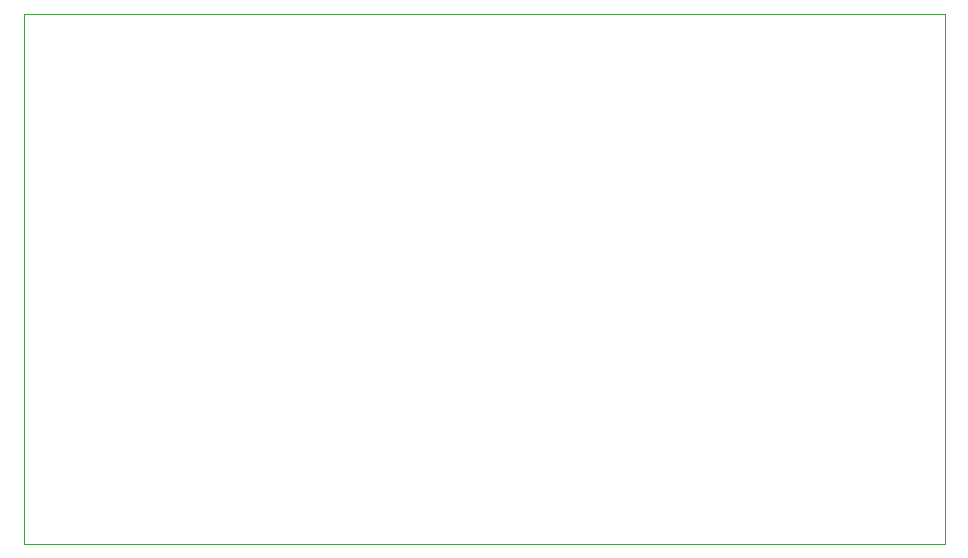
<source format=gbr>
%TF.GenerationSoftware,KiCad,Pcbnew,6.0.9-8da3e8f707~116~ubuntu22.04.1*%
%TF.CreationDate,2022-11-17T13:26:58-05:00*%
%TF.ProjectId,can-crusher-pi-hat,63616e2d-6372-4757-9368-65722d70692d,rev?*%
%TF.SameCoordinates,Original*%
%TF.FileFunction,Profile,NP*%
%FSLAX46Y46*%
G04 Gerber Fmt 4.6, Leading zero omitted, Abs format (unit mm)*
G04 Created by KiCad (PCBNEW 6.0.9-8da3e8f707~116~ubuntu22.04.1) date 2022-11-17 13:26:58*
%MOMM*%
%LPD*%
G01*
G04 APERTURE LIST*
%TA.AperFunction,Profile*%
%ADD10C,0.100000*%
%TD*%
G04 APERTURE END LIST*
D10*
X109000000Y-52000000D02*
X187000000Y-52000000D01*
X187000000Y-52000000D02*
X187000000Y-96905000D01*
X187000000Y-96905000D02*
X109000000Y-96905000D01*
X109000000Y-96905000D02*
X109000000Y-52000000D01*
M02*

</source>
